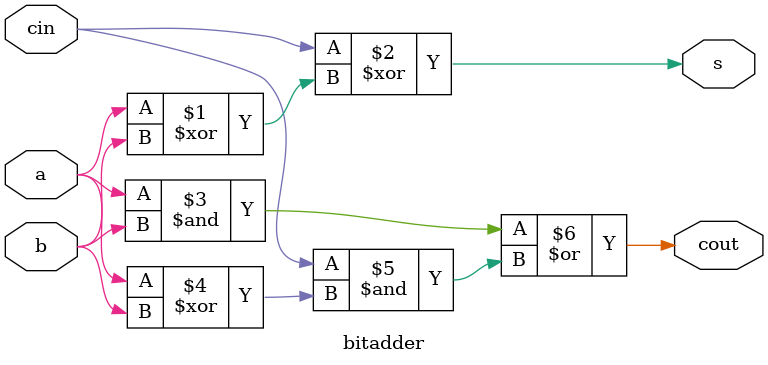
<source format=v>
module bitadder(input a,
                      b,
                      cin,
                output s,
                       cout);

assign s = cin ^ (a ^ b);
assign cout = (a&b) | (cin&(a^b));

endmodule
</source>
